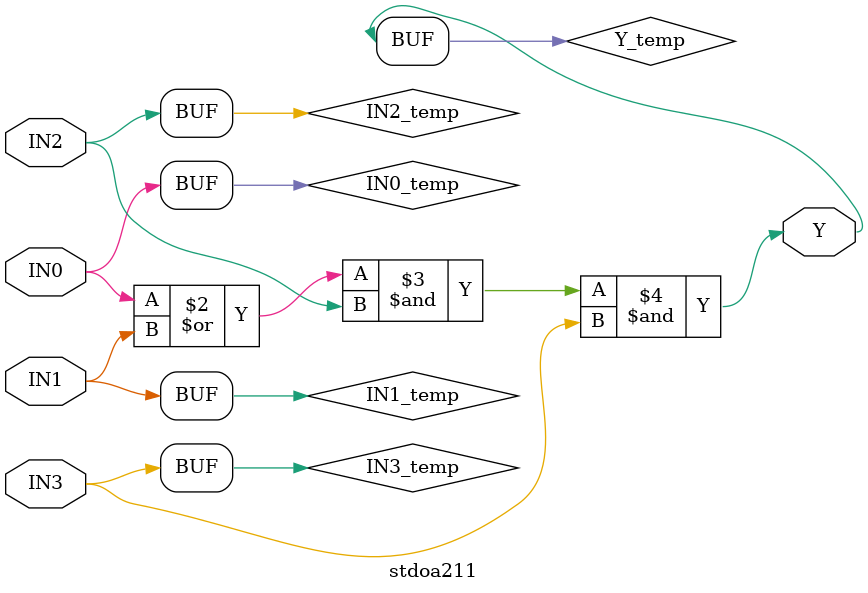
<source format=v>
module stdoa211(IN0,IN1,IN2,IN3,Y);
  parameter
        d_IN0_r = 0,
        d_IN0_f = 0,
        d_IN1_r = 0,
        d_IN1_f = 0,
        d_IN2_r = 0,
        d_IN2_f = 0,
        d_IN3_r = 0,
        d_IN3_f = 0,
        d_Y_r = 1,
        d_Y_f = 1;
  input  IN0;
  input  IN1;
  input  IN2;
  input  IN3;
  output  Y;
  wire  IN0_temp;
  wire  IN1_temp;
  wire  IN2_temp;
  wire  IN3_temp;
  reg  Y_temp;
  assign #(d_IN0_r,d_IN0_f) IN0_temp = IN0;
  assign #(d_IN1_r,d_IN1_f) IN1_temp = IN1;
  assign #(d_IN2_r,d_IN2_f) IN2_temp = IN2;
  assign #(d_IN3_r,d_IN3_f) IN3_temp = IN3;
  assign #(d_Y_r,d_Y_f) Y = Y_temp;
  always
    @(IN0_temp or IN1_temp or IN2_temp or IN3_temp)
      begin
      Y_temp = (((IN0_temp | IN1_temp) & IN2_temp) & IN3_temp);
      end
endmodule

</source>
